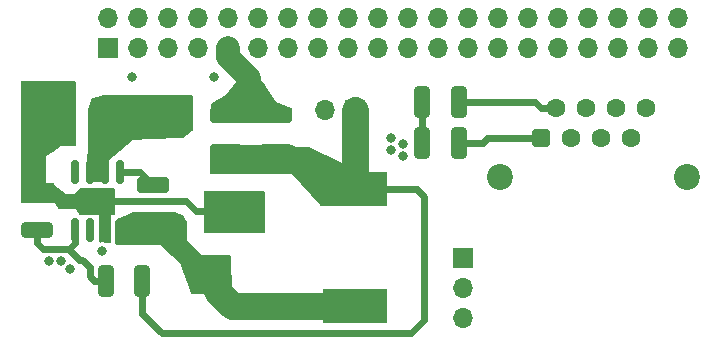
<source format=gbr>
%TF.GenerationSoftware,KiCad,Pcbnew,(6.0.5-0)*%
%TF.CreationDate,2024-08-31T12:48:39+10:00*%
%TF.ProjectId,AAPiHat,41415069-4861-4742-9e6b-696361645f70,rev?*%
%TF.SameCoordinates,Original*%
%TF.FileFunction,Copper,L1,Top*%
%TF.FilePolarity,Positive*%
%FSLAX46Y46*%
G04 Gerber Fmt 4.6, Leading zero omitted, Abs format (unit mm)*
G04 Created by KiCad (PCBNEW (6.0.5-0)) date 2024-08-31 12:48:39*
%MOMM*%
%LPD*%
G01*
G04 APERTURE LIST*
G04 Aperture macros list*
%AMRoundRect*
0 Rectangle with rounded corners*
0 $1 Rounding radius*
0 $2 $3 $4 $5 $6 $7 $8 $9 X,Y pos of 4 corners*
0 Add a 4 corners polygon primitive as box body*
4,1,4,$2,$3,$4,$5,$6,$7,$8,$9,$2,$3,0*
0 Add four circle primitives for the rounded corners*
1,1,$1+$1,$2,$3*
1,1,$1+$1,$4,$5*
1,1,$1+$1,$6,$7*
1,1,$1+$1,$8,$9*
0 Add four rect primitives between the rounded corners*
20,1,$1+$1,$2,$3,$4,$5,0*
20,1,$1+$1,$4,$5,$6,$7,0*
20,1,$1+$1,$6,$7,$8,$9,0*
20,1,$1+$1,$8,$9,$2,$3,0*%
G04 Aperture macros list end*
%TA.AperFunction,ComponentPad*%
%ADD10R,1.700000X1.700000*%
%TD*%
%TA.AperFunction,ComponentPad*%
%ADD11O,1.700000X1.700000*%
%TD*%
%TA.AperFunction,SMDPad,CuDef*%
%ADD12R,2.300000X3.500000*%
%TD*%
%TA.AperFunction,SMDPad,CuDef*%
%ADD13RoundRect,0.250000X1.100000X-0.412500X1.100000X0.412500X-1.100000X0.412500X-1.100000X-0.412500X0*%
%TD*%
%TA.AperFunction,SMDPad,CuDef*%
%ADD14RoundRect,0.250000X0.412500X1.100000X-0.412500X1.100000X-0.412500X-1.100000X0.412500X-1.100000X0*%
%TD*%
%TA.AperFunction,SMDPad,CuDef*%
%ADD15RoundRect,0.250000X-0.400000X-1.075000X0.400000X-1.075000X0.400000X1.075000X-0.400000X1.075000X0*%
%TD*%
%TA.AperFunction,SMDPad,CuDef*%
%ADD16R,5.400000X2.900000*%
%TD*%
%TA.AperFunction,SMDPad,CuDef*%
%ADD17RoundRect,0.250000X0.400000X1.075000X-0.400000X1.075000X-0.400000X-1.075000X0.400000X-1.075000X0*%
%TD*%
%TA.AperFunction,SMDPad,CuDef*%
%ADD18RoundRect,0.250000X1.075000X-0.400000X1.075000X0.400000X-1.075000X0.400000X-1.075000X-0.400000X0*%
%TD*%
%TA.AperFunction,ComponentPad*%
%ADD19RoundRect,0.400000X-0.400000X-0.400000X0.400000X-0.400000X0.400000X0.400000X-0.400000X0.400000X0*%
%TD*%
%TA.AperFunction,ComponentPad*%
%ADD20C,1.600000*%
%TD*%
%TA.AperFunction,ComponentPad*%
%ADD21C,2.200000*%
%TD*%
%TA.AperFunction,SMDPad,CuDef*%
%ADD22RoundRect,0.150000X-0.150000X0.825000X-0.150000X-0.825000X0.150000X-0.825000X0.150000X0.825000X0*%
%TD*%
%TA.AperFunction,SMDPad,CuDef*%
%ADD23R,3.000000X2.290000*%
%TD*%
%TA.AperFunction,ViaPad*%
%ADD24C,0.800000*%
%TD*%
%TA.AperFunction,Conductor*%
%ADD25C,1.270000*%
%TD*%
%TA.AperFunction,Conductor*%
%ADD26C,2.000000*%
%TD*%
%TA.AperFunction,Conductor*%
%ADD27C,0.600000*%
%TD*%
%TA.AperFunction,Conductor*%
%ADD28C,2.260000*%
%TD*%
G04 APERTURE END LIST*
D10*
%TO.P,JP1,1,A*%
%TO.N,Net-(J2-Pad5)*%
X85979000Y-101346000D03*
D11*
%TO.P,JP1,2,C*%
%TO.N,14_2VIN*%
X85979000Y-103886000D03*
%TO.P,JP1,3,B*%
%TO.N,GND*%
X85979000Y-106426000D03*
%TD*%
D12*
%TO.P,D1,1,K*%
%TO.N,Net-(C5-Pad1)*%
X65151000Y-102776000D03*
%TO.P,D1,2,A*%
%TO.N,GND*%
X65151000Y-97376000D03*
%TD*%
D13*
%TO.P,C5,1*%
%TO.N,Net-(C5-Pad1)*%
X59690000Y-98248000D03*
%TO.P,C5,2*%
%TO.N,Net-(C5-Pad2)*%
X59690000Y-95123000D03*
%TD*%
D14*
%TO.P,C4,1*%
%TO.N,14_2VIN*%
X55664500Y-90424000D03*
%TO.P,C4,2*%
%TO.N,GND*%
X52539500Y-90424000D03*
%TD*%
D13*
%TO.P,C7,1*%
%TO.N,Net-(C6-Pad1)*%
X65913000Y-92367500D03*
%TO.P,C7,2*%
%TO.N,GND*%
X65913000Y-89242500D03*
%TD*%
D15*
%TO.P,R6,1*%
%TO.N,Net-(R5-Pad2)*%
X82524000Y-88138000D03*
%TO.P,R6,2*%
%TO.N,/CB_RS485_A*%
X85624000Y-88138000D03*
%TD*%
D16*
%TO.P,L1,1,1*%
%TO.N,Net-(C5-Pad1)*%
X76835000Y-105407000D03*
%TO.P,L1,2,2*%
%TO.N,Net-(C6-Pad1)*%
X76835000Y-95507000D03*
%TD*%
D10*
%TO.P,JP2,1,A*%
%TO.N,Net-(C6-Pad1)*%
X76840000Y-88773000D03*
D11*
%TO.P,JP2,2,B*%
%TO.N,+5V*%
X74300000Y-88773000D03*
%TD*%
D17*
%TO.P,R7,1*%
%TO.N,Net-(C6-Pad1)*%
X58827000Y-103251000D03*
%TO.P,R7,2*%
%TO.N,Net-(R7-Pad2)*%
X55727000Y-103251000D03*
%TD*%
D18*
%TO.P,R8,1*%
%TO.N,Net-(R7-Pad2)*%
X49911000Y-98959000D03*
%TO.P,R8,2*%
%TO.N,GND*%
X49911000Y-95859000D03*
%TD*%
D17*
%TO.P,R5,1*%
%TO.N,/CB_RS485_B*%
X85624000Y-91567000D03*
%TO.P,R5,2*%
%TO.N,Net-(R5-Pad2)*%
X82524000Y-91567000D03*
%TD*%
D19*
%TO.P,J2,1*%
%TO.N,/CB_RS485_B*%
X92583000Y-91187500D03*
D20*
%TO.P,J2,2*%
%TO.N,/CB_RS485_A*%
X93853000Y-88647500D03*
%TO.P,J2,3*%
%TO.N,unconnected-(J2-Pad3)*%
X95123000Y-91187500D03*
%TO.P,J2,4*%
%TO.N,unconnected-(J2-Pad4)*%
X96393000Y-88647500D03*
%TO.P,J2,5*%
%TO.N,Net-(J2-Pad5)*%
X97663000Y-91187500D03*
%TO.P,J2,6*%
%TO.N,GND*%
X98933000Y-88647500D03*
%TO.P,J2,7*%
%TO.N,unconnected-(J2-Pad7)*%
X100203000Y-91187500D03*
%TO.P,J2,8*%
%TO.N,unconnected-(J2-Pad8)*%
X101473000Y-88647500D03*
D21*
%TO.P,J2,SH*%
%TO.N,unconnected-(J2-PadSH)*%
X89128000Y-94487500D03*
X104928000Y-94487500D03*
%TD*%
D13*
%TO.P,C6,1*%
%TO.N,Net-(C6-Pad1)*%
X70104000Y-92367500D03*
%TO.P,C6,2*%
%TO.N,GND*%
X70104000Y-89242500D03*
%TD*%
D22*
%TO.P,U4,1,BST*%
%TO.N,Net-(C5-Pad2)*%
X56896000Y-94045000D03*
%TO.P,U4,2,Vin*%
%TO.N,14_2VIN*%
X55626000Y-94045000D03*
%TO.P,U4,3,EN*%
X54356000Y-94045000D03*
%TO.P,U4,4,PGOOD*%
%TO.N,unconnected-(U4-Pad4)*%
X53086000Y-94045000D03*
%TO.P,U4,5,FB*%
%TO.N,Net-(R7-Pad2)*%
X53086000Y-98995000D03*
%TO.P,U4,6,NC*%
%TO.N,unconnected-(U4-Pad6)*%
X54356000Y-98995000D03*
%TO.P,U4,7,GND*%
%TO.N,GND*%
X55626000Y-98995000D03*
%TO.P,U4,8,SW*%
%TO.N,Net-(C5-Pad1)*%
X56896000Y-98995000D03*
D23*
%TO.P,U4,9,PADGND*%
%TO.N,GND*%
X54991000Y-96520000D03*
%TD*%
D11*
%TO.P,J1,40,GPIO21/SCLK1*%
%TO.N,unconnected-(J1-Pad40)*%
X104145000Y-81031000D03*
%TO.P,J1,39,GND*%
%TO.N,GND*%
X104145000Y-83571000D03*
%TO.P,J1,38,GPIO20/MOSI1*%
%TO.N,unconnected-(J1-Pad38)*%
X101605000Y-81031000D03*
%TO.P,J1,37,GPIO26*%
%TO.N,unconnected-(J1-Pad37)*%
X101605000Y-83571000D03*
%TO.P,J1,36,GPIO16*%
%TO.N,unconnected-(J1-Pad36)*%
X99065000Y-81031000D03*
%TO.P,J1,35,GPIO19/MISO1*%
%TO.N,unconnected-(J1-Pad35)*%
X99065000Y-83571000D03*
%TO.P,J1,34,GND*%
%TO.N,GND*%
X96525000Y-81031000D03*
%TO.P,J1,33,PWM1/GPIO13*%
%TO.N,unconnected-(J1-Pad33)*%
X96525000Y-83571000D03*
%TO.P,J1,32,PWM0/GPIO12*%
%TO.N,unconnected-(J1-Pad32)*%
X93985000Y-81031000D03*
%TO.P,J1,31,GCLK2/GPIO6*%
%TO.N,unconnected-(J1-Pad31)*%
X93985000Y-83571000D03*
%TO.P,J1,30,GND*%
%TO.N,GND*%
X91445000Y-81031000D03*
%TO.P,J1,29,GCLK1/GPIO5*%
%TO.N,unconnected-(J1-Pad29)*%
X91445000Y-83571000D03*
%TO.P,J1,28,ID_SC/GPIO1*%
%TO.N,unconnected-(J1-Pad28)*%
X88905000Y-81031000D03*
%TO.P,J1,27,ID_SD/GPIO0*%
%TO.N,unconnected-(J1-Pad27)*%
X88905000Y-83571000D03*
%TO.P,J1,26,~{CE1}/GPIO7*%
%TO.N,unconnected-(J1-Pad26)*%
X86365000Y-81031000D03*
%TO.P,J1,25,GND*%
%TO.N,GND*%
X86365000Y-83571000D03*
%TO.P,J1,24,~{CE0}/GPIO8*%
%TO.N,unconnected-(J1-Pad24)*%
X83825000Y-81031000D03*
%TO.P,J1,23,SCLK0/GPIO11*%
%TO.N,unconnected-(J1-Pad23)*%
X83825000Y-83571000D03*
%TO.P,J1,22,GPIO25*%
%TO.N,unconnected-(J1-Pad22)*%
X81285000Y-81031000D03*
%TO.P,J1,21,MISO0/GPIO9*%
%TO.N,unconnected-(J1-Pad21)*%
X81285000Y-83571000D03*
%TO.P,J1,20,GND*%
%TO.N,GND*%
X78745000Y-81031000D03*
%TO.P,J1,19,MOSI0/GPIO10*%
%TO.N,unconnected-(J1-Pad19)*%
X78745000Y-83571000D03*
%TO.P,J1,18,GPIO24*%
%TO.N,unconnected-(J1-Pad18)*%
X76205000Y-81031000D03*
%TO.P,J1,17,3V3*%
%TO.N,unconnected-(J1-Pad17)*%
X76205000Y-83571000D03*
%TO.P,J1,16,GPIO23*%
%TO.N,unconnected-(J1-Pad16)*%
X73665000Y-81031000D03*
%TO.P,J1,15,GPIO22*%
%TO.N,unconnected-(J1-Pad15)*%
X73665000Y-83571000D03*
%TO.P,J1,14,GND*%
%TO.N,GND*%
X71125000Y-81031000D03*
%TO.P,J1,13,GPIO27*%
%TO.N,unconnected-(J1-Pad13)*%
X71125000Y-83571000D03*
%TO.P,J1,12,GPIO18/PWM0*%
%TO.N,unconnected-(J1-Pad12)*%
X68585000Y-81031000D03*
%TO.P,J1,11,GPIO17*%
%TO.N,unconnected-(J1-Pad11)*%
X68585000Y-83571000D03*
%TO.P,J1,10,GPIO15/RXD*%
%TO.N,RXD*%
X66045000Y-81031000D03*
%TO.P,J1,9,GND*%
%TO.N,GND*%
X66045000Y-83571000D03*
%TO.P,J1,8,GPIO14/TXD*%
%TO.N,TXD*%
X63505000Y-81031000D03*
%TO.P,J1,7,GCLK0/GPIO4*%
%TO.N,unconnected-(J1-Pad7)*%
X63505000Y-83571000D03*
%TO.P,J1,6,GND*%
%TO.N,GND*%
X60965000Y-81031000D03*
%TO.P,J1,5,SCL/GPIO3*%
%TO.N,unconnected-(J1-Pad5)*%
X60965000Y-83571000D03*
%TO.P,J1,4,5V*%
%TO.N,+5V*%
X58425000Y-81031000D03*
%TO.P,J1,3,SDA/GPIO2*%
%TO.N,unconnected-(J1-Pad3)*%
X58425000Y-83571000D03*
%TO.P,J1,2,5V*%
%TO.N,+5V*%
X55885000Y-81031000D03*
D10*
%TO.P,J1,1,3V3*%
%TO.N,+3V3*%
X55885000Y-83571000D03*
%TD*%
D24*
%TO.N,+5V*%
X55372000Y-100711000D03*
%TO.N,GND*%
X80899000Y-92710000D03*
X80899000Y-91694000D03*
X79883000Y-91186000D03*
X68707000Y-97028000D03*
X67691000Y-98552000D03*
X49276000Y-86995000D03*
X52705000Y-102235000D03*
X52324000Y-86995000D03*
X66802000Y-87757000D03*
X68707000Y-98552000D03*
X51816000Y-87757000D03*
X67310000Y-86995000D03*
X49784000Y-87757000D03*
X50800000Y-87757000D03*
X51308000Y-86995000D03*
X67691000Y-97028000D03*
X68199000Y-97790000D03*
X68326000Y-86995000D03*
X68199000Y-96266000D03*
X79883000Y-92202000D03*
X50927000Y-101600000D03*
X49784000Y-89281000D03*
X67818000Y-87757000D03*
X51943000Y-101600000D03*
X50292000Y-88519000D03*
X68834000Y-87757000D03*
X67183000Y-96266000D03*
X49276000Y-88519000D03*
X50292000Y-86995000D03*
X67183000Y-97790000D03*
%TO.N,14_2VIN*%
X58293000Y-89789000D03*
X59309000Y-89789000D03*
X62357000Y-89789000D03*
X61341000Y-88265000D03*
X59309000Y-88265000D03*
X60325000Y-89789000D03*
X62357000Y-88265000D03*
X58801000Y-89027000D03*
X58801000Y-90551000D03*
X58293000Y-88265000D03*
X60833000Y-89027000D03*
X61341000Y-89789000D03*
X59817000Y-89027000D03*
X61849000Y-89027000D03*
X59817000Y-90551000D03*
X60325000Y-88265000D03*
%TO.N,+3V3*%
X64897000Y-85979000D03*
X57912000Y-85979000D03*
%TD*%
D25*
%TO.N,GND*%
X70104000Y-89242500D02*
X65913000Y-89242500D01*
D26*
X66045000Y-83571000D02*
X66040000Y-83576000D01*
D27*
X63340000Y-97376000D02*
X65151000Y-97376000D01*
D26*
X66040000Y-83576000D02*
X66040000Y-84328000D01*
X67818000Y-86106000D02*
X67818000Y-87249000D01*
D27*
X62484000Y-96520000D02*
X63340000Y-97376000D01*
X52539500Y-90424000D02*
X50673000Y-90424000D01*
X50673000Y-90424000D02*
X49911000Y-91186000D01*
X54991000Y-96520000D02*
X62484000Y-96520000D01*
D26*
X66040000Y-84328000D02*
X67818000Y-86106000D01*
D27*
X49911000Y-91186000D02*
X49911000Y-95859000D01*
%TO.N,14_2VIN*%
X55626000Y-94045000D02*
X54356000Y-94045000D01*
X55626000Y-90462500D02*
X55664500Y-90424000D01*
X55626000Y-94045000D02*
X55626000Y-90462500D01*
%TO.N,Net-(C5-Pad1)*%
X59690000Y-98425000D02*
X59055000Y-99060000D01*
D28*
X65151000Y-104140000D02*
X66418000Y-105407000D01*
X65151000Y-102776000D02*
X65151000Y-104140000D01*
X66418000Y-105407000D02*
X76835000Y-105407000D01*
D27*
X59055000Y-99060000D02*
X56961000Y-99060000D01*
X56961000Y-99060000D02*
X56896000Y-98995000D01*
X59690000Y-98248000D02*
X59690000Y-98425000D01*
%TO.N,Net-(C5-Pad2)*%
X56896000Y-94045000D02*
X58612000Y-94045000D01*
X58612000Y-94045000D02*
X59690000Y-95123000D01*
%TO.N,Net-(R5-Pad2)*%
X82524000Y-88138000D02*
X82524000Y-91567000D01*
%TO.N,Net-(R7-Pad2)*%
X53086000Y-98995000D02*
X53086000Y-100076000D01*
X49911000Y-100076000D02*
X49911000Y-98959000D01*
X54356000Y-102108000D02*
X54356000Y-102870000D01*
X54356000Y-102870000D02*
X54737000Y-103251000D01*
X53086000Y-100076000D02*
X52578000Y-100584000D01*
X53721000Y-101473000D02*
X54356000Y-102108000D01*
X53467000Y-101473000D02*
X53721000Y-101473000D01*
X52578000Y-100584000D02*
X50419000Y-100584000D01*
X52578000Y-100584000D02*
X53467000Y-101473000D01*
X54737000Y-103251000D02*
X55727000Y-103251000D01*
X50419000Y-100584000D02*
X49911000Y-100076000D01*
D25*
%TO.N,Net-(C6-Pad1)*%
X73790000Y-95507000D02*
X76835000Y-95507000D01*
X72898000Y-93980000D02*
X72898000Y-94615000D01*
X71285500Y-92367500D02*
X72898000Y-93980000D01*
D27*
X82042000Y-95504000D02*
X82039000Y-95507000D01*
X60452000Y-107696000D02*
X81534000Y-107696000D01*
X82677000Y-106553000D02*
X82677000Y-96139000D01*
D25*
X72898000Y-94615000D02*
X73790000Y-95507000D01*
D27*
X82039000Y-95507000D02*
X76835000Y-95507000D01*
X58827000Y-106071000D02*
X60452000Y-107696000D01*
D28*
X76840000Y-95502000D02*
X76835000Y-95507000D01*
D27*
X58827000Y-103251000D02*
X58827000Y-106071000D01*
D28*
X76840000Y-88773000D02*
X76840000Y-95502000D01*
D27*
X81534000Y-107696000D02*
X82677000Y-106553000D01*
X82677000Y-96139000D02*
X82042000Y-95504000D01*
D25*
X70104000Y-92367500D02*
X71285500Y-92367500D01*
X70104000Y-92367500D02*
X65913000Y-92367500D01*
D27*
%TO.N,/CB_RS485_B*%
X92583000Y-91187500D02*
X88009500Y-91187500D01*
X88009500Y-91187500D02*
X87630000Y-91567000D01*
X87630000Y-91567000D02*
X85624000Y-91567000D01*
%TO.N,/CB_RS485_A*%
X92075000Y-88138000D02*
X92584500Y-88647500D01*
X85624000Y-88138000D02*
X92075000Y-88138000D01*
X92584500Y-88647500D02*
X93853000Y-88647500D01*
%TD*%
%TA.AperFunction,Conductor*%
%TO.N,GND*%
G36*
X69157121Y-95651002D02*
G01*
X69203614Y-95704658D01*
X69215000Y-95757000D01*
X69215000Y-99061000D01*
X69194998Y-99129121D01*
X69141342Y-99175614D01*
X69089000Y-99187000D01*
X64134000Y-99187000D01*
X64065879Y-99166998D01*
X64019386Y-99113342D01*
X64008000Y-99061000D01*
X64008000Y-95757000D01*
X64028002Y-95688879D01*
X64081658Y-95642386D01*
X64134000Y-95631000D01*
X69089000Y-95631000D01*
X69157121Y-95651002D01*
G37*
%TD.AperFunction*%
%TD*%
%TA.AperFunction,Conductor*%
%TO.N,Net-(C6-Pad1)*%
G36*
X72923783Y-91960331D02*
G01*
X75747363Y-93310739D01*
X75800187Y-93358175D01*
X75819000Y-93424408D01*
X75819000Y-96775000D01*
X75798998Y-96843121D01*
X75745342Y-96889614D01*
X75693000Y-96901000D01*
X73969918Y-96901000D01*
X73901797Y-96880998D01*
X73876484Y-96859535D01*
X71513155Y-94247435D01*
X71501000Y-94234000D01*
X64642000Y-94234000D01*
X64573879Y-94213998D01*
X64527386Y-94160342D01*
X64516000Y-94108000D01*
X64516000Y-92074000D01*
X64536002Y-92005879D01*
X64589658Y-91959386D01*
X64642000Y-91948000D01*
X72869420Y-91948000D01*
X72923783Y-91960331D01*
G37*
%TD.AperFunction*%
%TD*%
%TA.AperFunction,Conductor*%
%TO.N,GND*%
G36*
X53155121Y-86380002D02*
G01*
X53201614Y-86433658D01*
X53213000Y-86486000D01*
X53213000Y-91695000D01*
X53192998Y-91763121D01*
X53139342Y-91809614D01*
X53087000Y-91821000D01*
X51943000Y-91821000D01*
X51927116Y-91832119D01*
X51927115Y-91832119D01*
X51238630Y-92314059D01*
X50673000Y-92710000D01*
X50673000Y-94996000D01*
X51255810Y-94996000D01*
X51323931Y-95016002D01*
X51344905Y-95032905D01*
X51689000Y-95377000D01*
X52324000Y-95885000D01*
X53086000Y-95885000D01*
X53557095Y-95413905D01*
X53619407Y-95379879D01*
X53646190Y-95377000D01*
X56389000Y-95377000D01*
X56457121Y-95397002D01*
X56503614Y-95450658D01*
X56515000Y-95503000D01*
X56515000Y-97537000D01*
X56494998Y-97605121D01*
X56441342Y-97651614D01*
X56389000Y-97663000D01*
X56134000Y-97663000D01*
X56134000Y-99950000D01*
X56113998Y-100018121D01*
X56060342Y-100064614D01*
X56008000Y-100076000D01*
X55701084Y-100076000D01*
X55642127Y-100061355D01*
X55624881Y-100052224D01*
X55460441Y-100010919D01*
X55452843Y-100010879D01*
X55452841Y-100010879D01*
X55375668Y-100010475D01*
X55290895Y-100010031D01*
X55273414Y-100014228D01*
X55202509Y-100010683D01*
X55144774Y-99969364D01*
X55118543Y-99903391D01*
X55118000Y-99891710D01*
X55118000Y-97663000D01*
X53544872Y-97663000D01*
X53476751Y-97642998D01*
X53432174Y-97593349D01*
X53221101Y-97171202D01*
X53213000Y-97155000D01*
X51766872Y-97155000D01*
X51698751Y-97134998D01*
X51654174Y-97085349D01*
X51443101Y-96663202D01*
X51435000Y-96647000D01*
X48640000Y-96647000D01*
X48571879Y-96626998D01*
X48525386Y-96573342D01*
X48514000Y-96521000D01*
X48514000Y-86486000D01*
X48534002Y-86417879D01*
X48587658Y-86371386D01*
X48640000Y-86360000D01*
X53087000Y-86360000D01*
X53155121Y-86380002D01*
G37*
%TD.AperFunction*%
%TD*%
%TA.AperFunction,Conductor*%
%TO.N,GND*%
G36*
X68959285Y-86380002D02*
G01*
X68998012Y-86419220D01*
X69596000Y-87376000D01*
X70104000Y-88138000D01*
X70118048Y-88143109D01*
X70118049Y-88143109D01*
X71407890Y-88612142D01*
X71465073Y-88654220D01*
X71490431Y-88720533D01*
X71490059Y-88744470D01*
X71386454Y-89676914D01*
X71359052Y-89742410D01*
X71300590Y-89782693D01*
X71261225Y-89789000D01*
X64769000Y-89789000D01*
X64700879Y-89768998D01*
X64654386Y-89715342D01*
X64643000Y-89663000D01*
X64643000Y-88336340D01*
X64663002Y-88268219D01*
X64704174Y-88228296D01*
X65902993Y-87509004D01*
X65913000Y-87503000D01*
X65920162Y-87493792D01*
X65920164Y-87493790D01*
X66764167Y-86408643D01*
X66821777Y-86367152D01*
X66863625Y-86360000D01*
X68891164Y-86360000D01*
X68959285Y-86380002D01*
G37*
%TD.AperFunction*%
%TD*%
%TA.AperFunction,Conductor*%
%TO.N,14_2VIN*%
G36*
X63061121Y-87523002D02*
G01*
X63107614Y-87576658D01*
X63119000Y-87629000D01*
X63119000Y-90486159D01*
X63098998Y-90554280D01*
X63066237Y-90588688D01*
X62261153Y-91163748D01*
X62191734Y-91187160D01*
X59504228Y-91268599D01*
X58057110Y-91312451D01*
X58057109Y-91312451D01*
X58039000Y-91313000D01*
X55880000Y-93091000D01*
X55880000Y-94743000D01*
X55859998Y-94811121D01*
X55806342Y-94857614D01*
X55754000Y-94869000D01*
X54228000Y-94869000D01*
X54159879Y-94848998D01*
X54113386Y-94795342D01*
X54102000Y-94743000D01*
X54102000Y-92849476D01*
X54104447Y-92824765D01*
X54229000Y-92202000D01*
X54229000Y-88795847D01*
X54237023Y-88751605D01*
X54586769Y-87818949D01*
X54629416Y-87762189D01*
X54674186Y-87740954D01*
X55610952Y-87506762D01*
X55641511Y-87503000D01*
X62993000Y-87503000D01*
X63061121Y-87523002D01*
G37*
%TD.AperFunction*%
%TD*%
%TA.AperFunction,Conductor*%
%TO.N,Net-(C5-Pad1)*%
G36*
X61621604Y-97422302D02*
G01*
X62319434Y-97771217D01*
X62371418Y-97819572D01*
X62375783Y-97827566D01*
X62597698Y-98271396D01*
X62611000Y-98327745D01*
X62611000Y-99822000D01*
X63881000Y-101092000D01*
X66172753Y-101092000D01*
X66240874Y-101112002D01*
X66287367Y-101165658D01*
X66298660Y-101213157D01*
X66415968Y-104263157D01*
X66398599Y-104331997D01*
X66346770Y-104380517D01*
X66290061Y-104394000D01*
X63078833Y-104394000D01*
X63010712Y-104373998D01*
X62964219Y-104320342D01*
X62961088Y-104312855D01*
X61981198Y-101740645D01*
X61976000Y-101727000D01*
X61367880Y-101165658D01*
X60338312Y-100215288D01*
X60325000Y-100203000D01*
X56641000Y-100203000D01*
X56572879Y-100182998D01*
X56526386Y-100129342D01*
X56515000Y-100077000D01*
X56515000Y-98248873D01*
X56535002Y-98180752D01*
X56584651Y-98136175D01*
X58012396Y-97422302D01*
X58068745Y-97409000D01*
X61565255Y-97409000D01*
X61621604Y-97422302D01*
G37*
%TD.AperFunction*%
%TD*%
M02*

</source>
